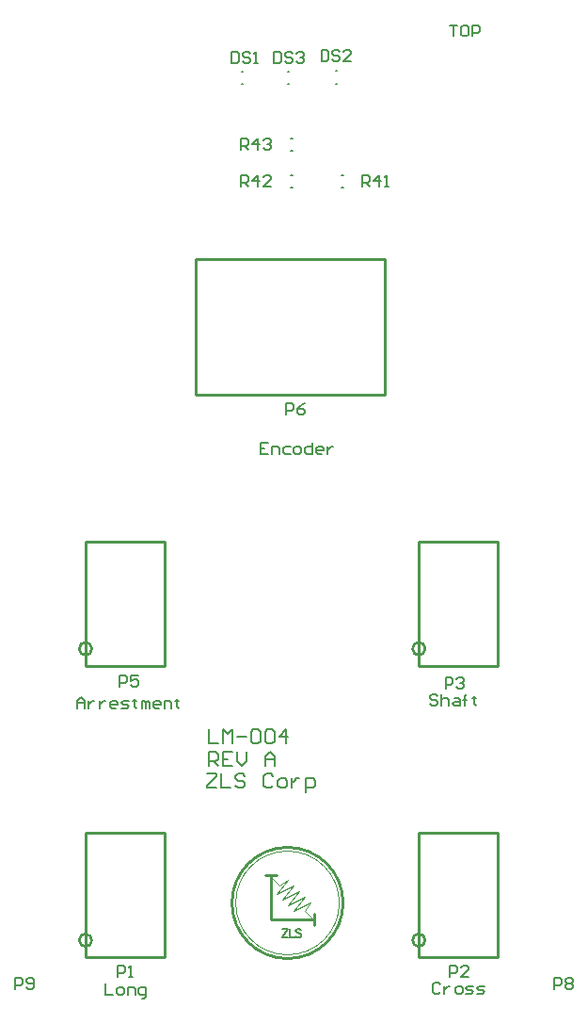
<source format=gbr>
G04 Layer_Color=65535*
%FSLAX26Y26*%
%MOIN*%
%TF.FileFunction,Legend,Top*%
%TF.Part,Single*%
G01*
G75*
%TA.AperFunction,NonConductor*%
%ADD36C,0.007874*%
%ADD37C,0.010000*%
%ADD51C,0.003937*%
%ADD52C,0.005905*%
D36*
X723276Y873354D02*
X727212D01*
X723276Y918630D02*
X727212D01*
X885512Y873354D02*
X889448D01*
X885512Y918630D02*
X889448D01*
X1055513Y875591D02*
X1059448D01*
X1055513Y920867D02*
X1059448D01*
X898032Y638346D02*
X901968D01*
X898032Y681654D02*
X901968D01*
X1078032Y551654D02*
X1081968D01*
X1078032Y508346D02*
X1081968D01*
X898032D02*
X901968D01*
X898032Y551654D02*
X901968D01*
X1460724Y1081735D02*
X1486963D01*
X1473843D01*
Y1042378D01*
X1519761Y1081735D02*
X1506641D01*
X1500082Y1075176D01*
Y1048938D01*
X1506641Y1042378D01*
X1519761D01*
X1526320Y1048938D01*
Y1075176D01*
X1519761Y1081735D01*
X1539439Y1042378D02*
Y1081735D01*
X1559118D01*
X1565677Y1075176D01*
Y1062057D01*
X1559118Y1055497D01*
X1539439D01*
X1830000Y-2330000D02*
Y-2290643D01*
X1849679D01*
X1856238Y-2297202D01*
Y-2310321D01*
X1849679Y-2316881D01*
X1830000D01*
X1869357Y-2297202D02*
X1875917Y-2290643D01*
X1889036D01*
X1895596Y-2297202D01*
Y-2303762D01*
X1889036Y-2310321D01*
X1895596Y-2316881D01*
Y-2323440D01*
X1889036Y-2330000D01*
X1875917D01*
X1869357Y-2323440D01*
Y-2316881D01*
X1875917Y-2310321D01*
X1869357Y-2303762D01*
Y-2297202D01*
X1875917Y-2310321D02*
X1889036D01*
X-80000Y-2330000D02*
Y-2290643D01*
X-60321D01*
X-53762Y-2297202D01*
Y-2310321D01*
X-60321Y-2316881D01*
X-80000D01*
X-40643Y-2323440D02*
X-34083Y-2330000D01*
X-20964D01*
X-14404Y-2323440D01*
Y-2297202D01*
X-20964Y-2290643D01*
X-34083D01*
X-40643Y-2297202D01*
Y-2303762D01*
X-34083Y-2310321D01*
X-14404D01*
X290000Y-1260000D02*
Y-1220642D01*
X309679D01*
X316238Y-1227202D01*
Y-1240321D01*
X309679Y-1246881D01*
X290000D01*
X355596Y-1220642D02*
X329358D01*
Y-1240321D01*
X342477Y-1233762D01*
X349036D01*
X355596Y-1240321D01*
Y-1253440D01*
X349036Y-1260000D01*
X335917D01*
X329358Y-1253440D01*
X880000Y-296000D02*
Y-256642D01*
X899679D01*
X906238Y-263202D01*
Y-276321D01*
X899679Y-282881D01*
X880000D01*
X945596Y-256642D02*
X932477Y-263202D01*
X919358Y-276321D01*
Y-289440D01*
X925917Y-296000D01*
X939036D01*
X945596Y-289440D01*
Y-282881D01*
X939036Y-276321D01*
X919358D01*
X282913Y-2286000D02*
Y-2246642D01*
X302592D01*
X309151Y-2253202D01*
Y-2266321D01*
X302592Y-2272881D01*
X282913D01*
X322271Y-2286000D02*
X335390D01*
X328830D01*
Y-2246642D01*
X322271Y-2253202D01*
X1460000Y-2286000D02*
Y-2246642D01*
X1479679D01*
X1486238Y-2253202D01*
Y-2266321D01*
X1479679Y-2272881D01*
X1460000D01*
X1525596Y-2286000D02*
X1499358D01*
X1525596Y-2259762D01*
Y-2253202D01*
X1519036Y-2246642D01*
X1505917D01*
X1499358Y-2253202D01*
X1444882Y-1266000D02*
Y-1226642D01*
X1464561D01*
X1471120Y-1233202D01*
Y-1246321D01*
X1464561Y-1252881D01*
X1444882D01*
X1484239Y-1233202D02*
X1490799Y-1226642D01*
X1503918D01*
X1510477Y-1233202D01*
Y-1239762D01*
X1503918Y-1246321D01*
X1497358D01*
X1503918D01*
X1510477Y-1252881D01*
Y-1259440D01*
X1503918Y-1266000D01*
X1490799D01*
X1484239Y-1259440D01*
X687150Y987342D02*
Y947984D01*
X706828D01*
X713388Y954544D01*
Y980782D01*
X706828Y987342D01*
X687150D01*
X752745Y980782D02*
X746186Y987342D01*
X733067D01*
X726507Y980782D01*
Y974222D01*
X733067Y967663D01*
X746186D01*
X752745Y961103D01*
Y954544D01*
X746186Y947984D01*
X733067D01*
X726507Y954544D01*
X765864Y947984D02*
X778984D01*
X772424D01*
Y987342D01*
X765864Y980782D01*
X1004961Y992782D02*
Y953425D01*
X1024639D01*
X1031199Y959984D01*
Y986222D01*
X1024639Y992782D01*
X1004961D01*
X1070556Y986222D02*
X1063997Y992782D01*
X1050878D01*
X1044318Y986222D01*
Y979663D01*
X1050878Y973103D01*
X1063997D01*
X1070556Y966544D01*
Y959984D01*
X1063997Y953425D01*
X1050878D01*
X1044318Y959984D01*
X1109914Y953425D02*
X1083675D01*
X1109914Y979663D01*
Y986222D01*
X1103354Y992782D01*
X1090235D01*
X1083675Y986222D01*
X836717Y987342D02*
Y947984D01*
X856396D01*
X862955Y954544D01*
Y980782D01*
X856396Y987342D01*
X836717D01*
X902313Y980782D02*
X895753Y987342D01*
X882634D01*
X876075Y980782D01*
Y974222D01*
X882634Y967663D01*
X895753D01*
X902313Y961103D01*
Y954544D01*
X895753Y947984D01*
X882634D01*
X876075Y954544D01*
X915432Y980782D02*
X921992Y987342D01*
X935111D01*
X941670Y980782D01*
Y974222D01*
X935111Y967663D01*
X928551D01*
X935111D01*
X941670Y961103D01*
Y954544D01*
X935111Y947984D01*
X921992D01*
X915432Y954544D01*
X1150000Y510000D02*
Y549357D01*
X1169679D01*
X1176238Y542798D01*
Y529679D01*
X1169679Y523119D01*
X1150000D01*
X1163119D02*
X1176238Y510000D01*
X1209036D02*
Y549357D01*
X1189357Y529679D01*
X1215596D01*
X1228715Y510000D02*
X1241834D01*
X1235274D01*
Y549357D01*
X1228715Y542798D01*
X720000Y510000D02*
Y549357D01*
X739679D01*
X746238Y542798D01*
Y529679D01*
X739679Y523119D01*
X720000D01*
X733119D02*
X746238Y510000D01*
X779036D02*
Y549357D01*
X759357Y529679D01*
X785596D01*
X824953Y510000D02*
X798715D01*
X824953Y536238D01*
Y542798D01*
X818394Y549357D01*
X805274D01*
X798715Y542798D01*
X720000Y640000D02*
Y679357D01*
X739679D01*
X746238Y672798D01*
Y659679D01*
X739679Y653119D01*
X720000D01*
X733119D02*
X746238Y640000D01*
X779036D02*
Y679357D01*
X759357Y659679D01*
X785596D01*
X798715Y672798D02*
X805274Y679357D01*
X818394D01*
X824953Y672798D01*
Y666238D01*
X818394Y659679D01*
X811834D01*
X818394D01*
X824953Y653119D01*
Y646560D01*
X818394Y640000D01*
X805274D01*
X798715Y646560D01*
X604871Y-1410016D02*
Y-1460000D01*
X638193D01*
X654855D02*
Y-1410016D01*
X671516Y-1426677D01*
X688177Y-1410016D01*
Y-1460000D01*
X704838Y-1435008D02*
X738161D01*
X754822Y-1418347D02*
X763153Y-1410016D01*
X779814D01*
X788145Y-1418347D01*
Y-1451669D01*
X779814Y-1460000D01*
X763153D01*
X754822Y-1451669D01*
Y-1418347D01*
X804806D02*
X813137Y-1410016D01*
X829798D01*
X838129Y-1418347D01*
Y-1451669D01*
X829798Y-1460000D01*
X813137D01*
X804806Y-1451669D01*
Y-1418347D01*
X879782Y-1460000D02*
Y-1410016D01*
X854790Y-1435008D01*
X888112D01*
X604871Y-1540000D02*
Y-1490016D01*
X629863D01*
X638193Y-1498347D01*
Y-1515008D01*
X629863Y-1523339D01*
X604871D01*
X621532D02*
X638193Y-1540000D01*
X688177Y-1490016D02*
X654855D01*
Y-1540000D01*
X688177D01*
X654855Y-1515008D02*
X671516D01*
X704838Y-1490016D02*
Y-1523339D01*
X721500Y-1540000D01*
X738161Y-1523339D01*
Y-1490016D01*
X804806Y-1540000D02*
Y-1506677D01*
X821467Y-1490016D01*
X838129Y-1506677D01*
Y-1540000D01*
Y-1515008D01*
X804806D01*
X600000Y-1566046D02*
X633323D01*
Y-1574376D01*
X600000Y-1607699D01*
Y-1616030D01*
X633323D01*
X649984Y-1566046D02*
Y-1616030D01*
X683306D01*
X733290Y-1574376D02*
X724960Y-1566046D01*
X708298D01*
X699968Y-1574376D01*
Y-1582707D01*
X708298Y-1591038D01*
X724960D01*
X733290Y-1599368D01*
Y-1607699D01*
X724960Y-1616030D01*
X708298D01*
X699968Y-1607699D01*
X833258Y-1574376D02*
X824927Y-1566046D01*
X808266D01*
X799935Y-1574376D01*
Y-1607699D01*
X808266Y-1616030D01*
X824927D01*
X833258Y-1607699D01*
X858250Y-1616030D02*
X874911D01*
X883242Y-1607699D01*
Y-1591038D01*
X874911Y-1582707D01*
X858250D01*
X849919Y-1591038D01*
Y-1607699D01*
X858250Y-1616030D01*
X899903Y-1582707D02*
Y-1616030D01*
Y-1599368D01*
X908233Y-1591038D01*
X916564Y-1582707D01*
X924895D01*
X949887Y-1632691D02*
Y-1582707D01*
X974879D01*
X983209Y-1591038D01*
Y-1607699D01*
X974879Y-1616030D01*
X949887D01*
X240000Y-2309950D02*
Y-2349308D01*
X266238D01*
X285917D02*
X299036D01*
X305596Y-2342748D01*
Y-2329629D01*
X299036Y-2323070D01*
X285917D01*
X279358Y-2329629D01*
Y-2342748D01*
X285917Y-2349308D01*
X318715D02*
Y-2323070D01*
X338394D01*
X344953Y-2329629D01*
Y-2349308D01*
X371192Y-2362427D02*
X377751D01*
X384311Y-2355867D01*
Y-2323070D01*
X364632D01*
X358072Y-2329629D01*
Y-2342748D01*
X364632Y-2349308D01*
X384311D01*
X1426238Y-2313202D02*
X1419679Y-2306642D01*
X1406560D01*
X1400000Y-2313202D01*
Y-2339440D01*
X1406560Y-2346000D01*
X1419679D01*
X1426238Y-2339440D01*
X1439358Y-2319762D02*
Y-2346000D01*
Y-2332881D01*
X1445917Y-2326321D01*
X1452477Y-2319762D01*
X1459036D01*
X1485275Y-2346000D02*
X1498394D01*
X1504953Y-2339440D01*
Y-2326321D01*
X1498394Y-2319762D01*
X1485275D01*
X1478715Y-2326321D01*
Y-2339440D01*
X1485275Y-2346000D01*
X1518072D02*
X1537751D01*
X1544311Y-2339440D01*
X1537751Y-2332881D01*
X1524632D01*
X1518072Y-2326321D01*
X1524632Y-2319762D01*
X1544311D01*
X1557430Y-2346000D02*
X1577109D01*
X1583668Y-2339440D01*
X1577109Y-2332881D01*
X1563989D01*
X1557430Y-2326321D01*
X1563989Y-2319762D01*
X1583668D01*
X1416238Y-1293202D02*
X1409679Y-1286642D01*
X1396560D01*
X1390000Y-1293202D01*
Y-1299762D01*
X1396560Y-1306321D01*
X1409679D01*
X1416238Y-1312881D01*
Y-1319440D01*
X1409679Y-1326000D01*
X1396560D01*
X1390000Y-1319440D01*
X1429358Y-1286642D02*
Y-1326000D01*
Y-1306321D01*
X1435917Y-1299762D01*
X1449036D01*
X1455596Y-1306321D01*
Y-1326000D01*
X1475275Y-1299762D02*
X1488394D01*
X1494953Y-1306321D01*
Y-1326000D01*
X1475275D01*
X1468715Y-1319440D01*
X1475275Y-1312881D01*
X1494953D01*
X1514632Y-1326000D02*
Y-1293202D01*
Y-1306321D01*
X1508072D01*
X1521191D01*
X1514632D01*
Y-1293202D01*
X1521191Y-1286642D01*
X1547430Y-1293202D02*
Y-1299762D01*
X1540870D01*
X1553989D01*
X1547430D01*
Y-1319440D01*
X1553989Y-1326000D01*
X140000Y-1336000D02*
Y-1309762D01*
X153119Y-1296642D01*
X166238Y-1309762D01*
Y-1336000D01*
Y-1316321D01*
X140000D01*
X179358Y-1309762D02*
Y-1336000D01*
Y-1322881D01*
X185917Y-1316321D01*
X192477Y-1309762D01*
X199036D01*
X218715D02*
Y-1336000D01*
Y-1322881D01*
X225275Y-1316321D01*
X231834Y-1309762D01*
X238394D01*
X277751Y-1336000D02*
X264632D01*
X258072Y-1329440D01*
Y-1316321D01*
X264632Y-1309762D01*
X277751D01*
X284311Y-1316321D01*
Y-1322881D01*
X258072D01*
X297430Y-1336000D02*
X317108D01*
X323668Y-1329440D01*
X317108Y-1322881D01*
X303989D01*
X297430Y-1316321D01*
X303989Y-1309762D01*
X323668D01*
X343347Y-1303202D02*
Y-1309762D01*
X336787D01*
X349906D01*
X343347D01*
Y-1329440D01*
X349906Y-1336000D01*
X369585D02*
Y-1309762D01*
X376145D01*
X382704Y-1316321D01*
Y-1336000D01*
Y-1316321D01*
X389264Y-1309762D01*
X395823Y-1316321D01*
Y-1336000D01*
X428621D02*
X415502D01*
X408942Y-1329440D01*
Y-1316321D01*
X415502Y-1309762D01*
X428621D01*
X435181Y-1316321D01*
Y-1322881D01*
X408942D01*
X448300Y-1336000D02*
Y-1309762D01*
X467978D01*
X474538Y-1316321D01*
Y-1336000D01*
X494217Y-1303202D02*
Y-1309762D01*
X487657D01*
X500776D01*
X494217D01*
Y-1329440D01*
X500776Y-1336000D01*
X816238Y-396642D02*
X790000D01*
Y-436000D01*
X816238D01*
X790000Y-416321D02*
X803119D01*
X829358Y-436000D02*
Y-409762D01*
X849036D01*
X855596Y-416321D01*
Y-436000D01*
X894953Y-409762D02*
X875275D01*
X868715Y-416321D01*
Y-429440D01*
X875275Y-436000D01*
X894953D01*
X914632D02*
X927751D01*
X934311Y-429440D01*
Y-416321D01*
X927751Y-409762D01*
X914632D01*
X908072Y-416321D01*
Y-429440D01*
X914632Y-436000D01*
X973668Y-396642D02*
Y-436000D01*
X953989D01*
X947430Y-429440D01*
Y-416321D01*
X953989Y-409762D01*
X973668D01*
X1006466Y-436000D02*
X993347D01*
X986787Y-429440D01*
Y-416321D01*
X993347Y-409762D01*
X1006466D01*
X1013025Y-416321D01*
Y-422881D01*
X986787D01*
X1026145Y-409762D02*
Y-436000D01*
Y-422881D01*
X1032704Y-416321D01*
X1039264Y-409762D01*
X1045823D01*
D37*
X1082038Y-2024385D02*
G03*
X1082038Y-2024385I-196850J0D01*
G01*
X1372912Y-2156000D02*
G03*
X1372912Y-2156000I-22361J0D01*
G01*
X191810D02*
G03*
X191810Y-2156000I-22361J0D01*
G01*
Y-1124897D02*
G03*
X191810Y-1124897I-22361J0D01*
G01*
X1372912D02*
G03*
X1372912Y-1124897I-22361J0D01*
G01*
X980188Y-2101386D02*
Y-2061386D01*
X825188Y-2081386D02*
Y-1931386D01*
Y-2081386D02*
X975188D01*
X805188Y-1926386D02*
X845188D01*
X1350551Y-2216000D02*
X1630551D01*
X1350551Y-1776000D02*
X1630551D01*
Y-2216000D02*
Y-1776000D01*
X1350551Y-2216000D02*
Y-1776000D01*
X169449Y-2216000D02*
Y-1776000D01*
X449449Y-2216000D02*
Y-1776000D01*
X169449D02*
X449449D01*
X169449Y-2216000D02*
X449449D01*
X169449Y-1184897D02*
X449449D01*
X169449Y-744897D02*
X449449D01*
Y-1184897D02*
Y-744897D01*
X169449Y-1184897D02*
Y-744897D01*
X1350551Y-1184897D02*
X1630551D01*
X1350551Y-744897D02*
X1630551D01*
Y-1184897D02*
Y-744897D01*
X1350551Y-1184897D02*
Y-744897D01*
X560000Y-226000D02*
Y254000D01*
Y-226000D02*
X1230000D01*
Y254000D01*
X560000D02*
X1230000D01*
D51*
X1068763Y-2024385D02*
G03*
X1068763Y-2024385I-183576J0D01*
G01*
X855188Y-1961386D02*
X885188Y-1941386D01*
X945188Y-2051386D02*
X975188Y-2081386D01*
X945188Y-2051386D02*
X965188Y-2021386D01*
X865188Y-2011386D02*
X905188Y-1961386D01*
X885188Y-2031386D02*
X925188Y-1981386D01*
X865188Y-2011386D02*
X925188Y-1981386D01*
X885188Y-2031386D02*
X945188Y-2001386D01*
X825188Y-1931386D02*
X855188Y-1961386D01*
X905188Y-2051386D02*
X965188Y-2021386D01*
X845188Y-1991386D02*
X885188Y-1941386D01*
X845188Y-1991386D02*
X905188Y-1961386D01*
Y-2051386D02*
X945188Y-2001386D01*
D52*
X887664Y-2116317D02*
X867983Y-2145839D01*
Y-2116317D02*
X887664D01*
X867983Y-2145839D02*
X887664D01*
X894271Y-2116317D02*
Y-2145839D01*
X911140D01*
X934055Y-2120535D02*
X931243Y-2117723D01*
X927026Y-2116317D01*
X921403D01*
X917185Y-2117723D01*
X914374Y-2120535D01*
Y-2123346D01*
X915780Y-2126158D01*
X917185Y-2127564D01*
X919997Y-2128969D01*
X928432Y-2131781D01*
X931243Y-2133187D01*
X932649Y-2134592D01*
X934055Y-2137404D01*
Y-2141621D01*
X931243Y-2144433D01*
X927026Y-2145839D01*
X921403D01*
X917185Y-2144433D01*
X914374Y-2141621D01*
%TF.MD5,7db1bf9fc2527d7bbfeab663223fee20*%
M02*

</source>
